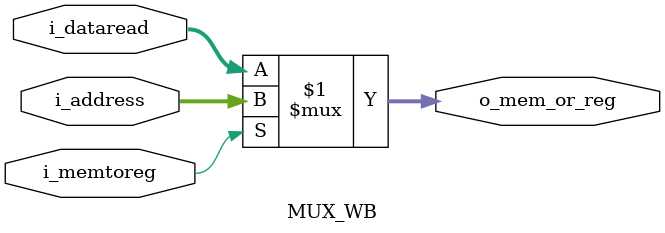
<source format=v>
`timescale 1ns / 1ps


module MUX_WB
    #(
        parameter DATA_WIDTH = 32
    )
    (
        input [DATA_WIDTH - 1 : 0]  i_address,
        input [DATA_WIDTH - 1 : 0]  i_dataread,
        input                       i_memtoreg,
        output [DATA_WIDTH - 1 : 0] o_mem_or_reg
    );

    assign o_mem_or_reg = i_memtoreg ? i_address : i_dataread;
    
endmodule

</source>
